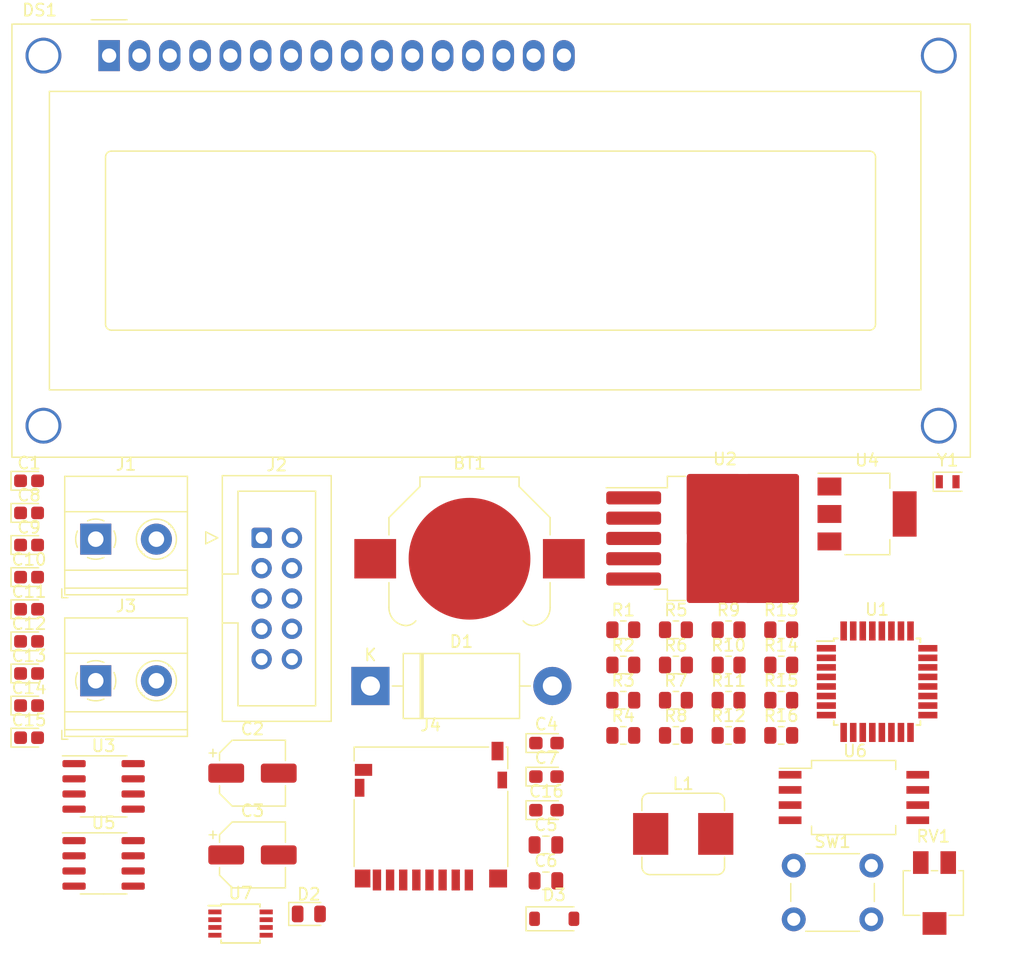
<source format=kicad_pcb>
(kicad_pcb (version 20221018) (generator pcbnew)
  (layers (0 "F.Cu" signal) (31 "B.Cu" signal) (34 "B.Paste" user) (35 "F.Paste" user) (36 "B.SilkS" user "B.Silkscreen") (37 "F.SilkS" user "F.Silkscreen") (38 "B.Mask" user) (39 "F.Mask" user) (44 "Edge.Cuts" user))
  (net 0 "")
  (net 1 "Net-(BT1-+)")
  (net 2 "GND")
  (net 3 "+BATT")
  (net 4 "+5V")
  (net 5 "XTAL1")
  (net 6 "XTAL2")
  (net 7 "+3.3V")
  (net 8 "Net-(U6-IN)")
  (net 9 "V_SolarPanel")
  (net 10 "Net-(U5-FILTER)")
  (net 11 "PC0{slash}A0{slash}14")
  (net 12 "Net-(U7A-+)")
  (net 13 "Net-(U7A--)")
  (net 14 "PC1{slash}A1{slash}15")
  (net 15 "Net-(D1-K)")
  (net 16 "Net-(D2-K)")
  (net 17 "Net-(D3-A)")
  (net 18 "Net-(DS1-VO)")
  (net 19 "PD2{slash}2")
  (net 20 "PD3{slash}3")
  (net 25 "PD4{slash}4")
  (net 26 "PD5{slash}5")
  (net 27 "PD6{slash}6")
  (net 28 "PD7{slash}7")
  (net 29 "PB3{slash}11{slash}MOSI")
  (net 31 "RST")
  (net 32 "PB5{slash}13{slash}SCK")
  (net 33 "PB4{slash}12{slash}MISO")
  (net 34 "Net-(J3-Pin_1)")
  (net 35 "Net-(J4-DAT2)")
  (net 36 "PB2{slash}10")
  (net 37 "Net-(J4-DAT1)")
  (net 38 "PC4{slash}A5{slash}19{slash}SCL")
  (net 39 "PC4{slash}A4{slash}18{slash}SDA")
  (net 40 "Net-(U5-VIOUT)")
  (net 41 "Net-(U6-OUT+)")
  (net 42 "Net-(U6-OUT-)")
  (net 43 "PB0{slash}8")
  (net 44 "PB1{slash}9")
  (net 45 "ADC{slash}A6")
  (net 46 "PC2{slash}A2{slash}16")
  (net 47 "PC3{slash}A3{slash}17")
  (net 48 "PD0{slash}0{slash}RXD")
  (net 49 "PD0{slash}1{slash}TXD")
  (footprint "Capacitor_Tantalum_SMD:CP_EIA-1608-10_AVX-L" (layer "F.Cu") (at 207.645 59.355)
    (fp_text reference "C8" (at 0 -1.48) (layer "F.SilkS"))
    (fp_text value "0.1uF")
    (pad "1" smd roundrect (at -0.7125 0) (size 1.075 1.05) (layers "F.Cu" "F.Paste" "F.Mask") (roundrect_rratio 0.238095) (net 2 "GND"))
    (pad "2" smd roundrect (at 0.7125 0) (size 1.075 1.05) (layers "F.Cu" "F.Paste" "F.Mask") (roundrect_rratio 0.238095) (net 4 "+5V"))
  )
  (footprint "Package_SO:SSO-8_6.8x5.9mm_P1.27mm_Clearance8mm" (layer "F.Cu") (at 276.74 83.195)
    (fp_text reference "U6" (at 0.1 -3.9) (layer "F.SilkS"))
    (fp_text value "ACPL-C87B")
    (pad "1" smd rect (at -5.3475 -1.905) (size 1.905 0.64) (layers "F.Cu" "F.Paste" "F.Mask") (net 9 "V_SolarPanel"))
    (pad "2" smd rect (at -5.3475 -0.635) (size 1.905 0.64) (layers "F.Cu" "F.Paste" "F.Mask") (net 8 "Net-(U6-IN)"))
    (pad "3" smd rect (at -5.3475 0.635) (size 1.905 0.64) (layers "F.Cu" "F.Paste" "F.Mask") (net 2 "GND"))
    (pad "4" smd rect (at -5.3475 1.905) (size 1.905 0.64) (layers "F.Cu" "F.Paste" "F.Mask") (net 2 "GND"))
    (pad "5" smd rect (at 5.3475 1.905) (size 1.905 0.64) (layers "F.Cu" "F.Paste" "F.Mask") (net 2 "GND"))
    (pad "6" smd rect (at 5.3475 0.635) (size 1.905 0.64) (layers "F.Cu" "F.Paste" "F.Mask") (net 42 "Net-(U6-OUT-)"))
    (pad "7" smd rect (at 5.3475 -0.635) (size 1.905 0.64) (layers "F.Cu" "F.Paste" "F.Mask") (net 41 "Net-(U6-OUT+)"))
    (pad "8" smd rect (at 5.3475 -1.905) (size 1.905 0.64) (layers "F.Cu" "F.Paste" "F.Mask") (net 4 "+5V"))
  )
  (footprint "Capacitor_Tantalum_SMD:CP_EIA-1608-10_AVX-L" (layer "F.Cu") (at 207.645 70.115)
    (fp_text reference "C12" (at 0 -1.48) (layer "F.SilkS"))
    (fp_text value "1nF")
    (pad "1" smd roundrect (at -0.7125 0) (size 1.075 1.05) (layers "F.Cu" "F.Paste" "F.Mask") (roundrect_rratio 0.238095) (net 11 "PC0{slash}A0{slash}14"))
    (pad "2" smd roundrect (at 0.7125 0) (size 1.075 1.05) (layers "F.Cu" "F.Paste" "F.Mask") (roundrect_rratio 0.238095) (net 2 "GND"))
  )
  (footprint "Display:WC1602A" (layer "F.Cu") (at 214.35 21.05)
    (fp_text reference "DS1" (at -5.82 -3.81) (layer "F.SilkS"))
    (fp_text value "WC1602A")
    (pad "" thru_hole circle (at -5.4991 0) (size 3 3) (drill 2.5) (layers "*.Cu" "*.Mask"))
    (pad "" thru_hole circle (at -5.4991 31.0007) (size 3 3) (drill 2.5) (layers "*.Cu" "*.Mask"))
    (pad "" thru_hole circle (at 69.49948 31.0007) (size 3 3) (drill 2.5) (layers "*.Cu" "*.Mask"))
    (pad "" thru_hole circle (at 69.5 0) (size 3 3) (drill 2.5) (layers "*.Cu" "*.Mask"))
    (pad "1" thru_hole rect (at 0 0) (size 1.8 2.6) (drill 1.2) (layers "*.Cu" "*.Mask") (net 2 "GND"))
    (pad "2" thru_hole oval (at 2.54 0) (size 1.8 2.6) (drill 1.2) (layers "*.Cu" "*.Mask") (net 4 "+5V"))
    (pad "3" thru_hole oval (at 5.08 0) (size 1.8 2.6) (drill 1.2) (layers "*.Cu" "*.Mask") (net 18 "Net-(DS1-VO)"))
    (pad "4" thru_hole oval (at 7.62 0) (size 1.8 2.6) (drill 1.2) (layers "*.Cu" "*.Mask") (net 19 "PD2{slash}2"))
    (pad "5" thru_hole oval (at 10.16 0) (size 1.8 2.6) (drill 1.2) (layers "*.Cu" "*.Mask") (net 2 "GND"))
    (pad "6" thru_hole oval (at 12.7 0) (size 1.8 2.6) (drill 1.2) (layers "*.Cu" "*.Mask") (net 20 "PD3{slash}3"))
    (pad "7" thru_hole oval (at 15.24 0) (size 1.8 2.6) (drill 1.2) (layers "*.Cu" "*.Mask"))
    (pad "8" thru_hole oval (at 17.78 0) (size 1.8 2.6) (drill 1.2) (layers "*.Cu" "*.Mask"))
    (pad "9" thru_hole oval (at 20.32 0) (size 1.8 2.6) (drill 1.2) (layers "*.Cu" "*.Mask"))
    (pad "10" thru_hole oval (at 22.86 0) (size 1.8 2.6) (drill 1.2) (layers "*.Cu" "*.Mask"))
    (pad "11" thru_hole oval (at 25.4 0) (size 1.8 2.6) (drill 1.2) (layers "*.Cu" "*.Mask") (net 25 "PD4{slash}4"))
    (pad "12" thru_hole oval (at 27.94 0) (size 1.8 2.6) (drill 1.2) (layers "*.Cu" "*.Mask") (net 26 "PD5{slash}5"))
    (pad "13" thru_hole oval (at 30.48 0) (size 1.8 2.6) (drill 1.2) (layers "*.Cu" "*.Mask") (net 27 "PD6{slash}6"))
    (pad "14" thru_hole oval (at 33.02 0) (size 1.8 2.6) (drill 1.2) (layers "*.Cu" "*.Mask") (net 28 "PD7{slash}7"))
    (pad "15" thru_hole oval (at 35.56 0) (size 1.8 2.6) (drill 1.2) (layers "*.Cu" "*.Mask") (net 4 "+5V"))
    (pad "16" thru_hole oval (at 38.1 0) (size 1.8 2.6) (drill 1.2) (layers "*.Cu" "*.Mask") (net 2 "GND"))
  )
  (footprint "Capacitor_SMD:CP_Elec_5x5.7" (layer "F.Cu") (at 226.36 81.155)
    (fp_text reference "C2" (at 0 -3.7) (layer "F.SilkS"))
    (fp_text value "100uF")
    (pad "1" smd roundrect (at -2.2 0) (size 3 1.6) (layers "F.Cu" "F.Paste" "F.Mask") (roundrect_rratio 0.15625) (net 3 "+BATT"))
    (pad "2" smd roundrect (at 2.2 0) (size 3 1.6) (layers "F.Cu" "F.Paste" "F.Mask") (roundrect_rratio 0.15625) (net 2 "GND"))
  )
  (footprint "Capacitor_SMD:CP_Elec_5x5.7" (layer "F.Cu") (at 226.36 88.005)
    (fp_text reference "C3" (at 0 -3.7) (layer "F.SilkS"))
    (fp_text value "1000uF")
    (pad "1" smd roundrect (at -2.2 0) (size 3 1.6) (layers "F.Cu" "F.Paste" "F.Mask") (roundrect_rratio 0.15625) (net 4 "+5V"))
    (pad "2" smd roundrect (at 2.2 0) (size 3 1.6) (layers "F.Cu" "F.Paste" "F.Mask") (roundrect_rratio 0.15625) (net 2 "GND"))
  )
  (footprint "Capacitor_Tantalum_SMD:CP_EIA-2012-12_Kemet-R" (layer "F.Cu") (at 250.985 78.635)
    (fp_text reference "C4" (at 0 -1.58) (layer "F.SilkS"))
    (fp_text value "10uF")
    (pad "1" smd roundrect (at -0.8875 0) (size 1.125 1.05) (layers "F.Cu" "F.Paste" "F.Mask") (roundrect_rratio 0.238095) (net 4 "+5V"))
    (pad "2" smd roundrect (at 0.8875 0) (size 1.125 1.05) (layers "F.Cu" "F.Paste" "F.Mask") (roundrect_rratio 0.238095) (net 2 "GND"))
  )
  (footprint "Package_QFP:TQFP-32_7x7mm_P0.8mm" (layer "F.Cu") (at 278.68 73.495)
    (fp_text reference "U1" (at 0 -6.05) (layer "F.SilkS"))
    (fp_text value "ATmega328P-A")
    (pad "1" smd rect (at -4.25 -2.8) (size 1.6 0.55) (layers "F.Cu" "F.Paste" "F.Mask") (net 20 "PD3{slash}3"))
    (pad "2" smd rect (at -4.25 -2) (size 1.6 0.55) (layers "F.Cu" "F.Paste" "F.Mask") (net 25 "PD4{slash}4"))
    (pad "3" smd rect (at -4.25 -1.2) (size 1.6 0.55) (layers "F.Cu" "F.Paste" "F.Mask") (net 2 "GND"))
    (pad "4" smd rect (at -4.25 -0.4) (size 1.6 0.55) (layers "F.Cu" "F.Paste" "F.Mask") (net 4 "+5V"))
    (pad "5" smd rect (at -4.25 0.4) (size 1.6 0.55) (layers "F.Cu" "F.Paste" "F.Mask") (net 2 "GND"))
    (pad "6" smd rect (at -4.25 1.2) (size 1.6 0.55) (layers "F.Cu" "F.Paste" "F.Mask") (net 4 "+5V"))
    (pad "7" smd rect (at -4.25 2) (size 1.6 0.55) (layers "F.Cu" "F.Paste" "F.Mask") (net 5 "XTAL1"))
    (pad "8" smd rect (at -4.25 2.8) (size 1.6 0.55) (layers "F.Cu" "F.Paste" "F.Mask") (net 6 "XTAL2"))
    (pad "9" smd rect (at -2.8 4.25 90) (size 1.6 0.55) (layers "F.Cu" "F.Paste" "F.Mask") (net 26 "PD5{slash}5"))
    (pad "10" smd rect (at -2 4.25 90) (size 1.6 0.55) (layers "F.Cu" "F.Paste" "F.Mask") (net 27 "PD6{slash}6"))
    (pad "11" smd rect (at -1.2 4.25 90) (size 1.6 0.55) (layers "F.Cu" "F.Paste" "F.Mask") (net 28 "PD7{slash}7"))
    (pad "12" smd rect (at -0.4 4.25 90) (size 1.6 0.55) (layers "F.Cu" "F.Paste" "F.Mask") (net 43 "PB0{slash}8"))
    (pad "13" smd rect (at 0.4 4.25 90) (size 1.6 0.55) (layers "F.Cu" "F.Paste" "F.Mask") (net 44 "PB1{slash}9"))
    (pad "14" smd rect (at 1.2 4.25 90) (size 1.6 0.55) (layers "F.Cu" "F.Paste" "F.Mask") (net 36 "PB2{slash}10"))
    (pad "15" smd rect (at 2 4.25 90) (size 1.6 0.55) (layers "F.Cu" "F.Paste" "F.Mask") (net 29 "PB3{slash}11{slash}MOSI"))
    (pad "16" smd rect (at 2.8 4.25 90) (size 1.6 0.55) (layers "F.Cu" "F.Paste" "F.Mask") (net 33 "PB4{slash}12{slash}MISO"))
    (pad "17" smd rect (at 4.25 2.8) (size 1.6 0.55) (layers "F.Cu" "F.Paste" "F.Mask") (net 32 "PB5{slash}13{slash}SCK"))
    (pad "18" smd rect (at 4.25 2) (size 1.6 0.55) (layers "F.Cu" "F.Paste" "F.Mask") (net 4 "+5V"))
    (pad "19" smd rect (at 4.25 1.2) (size 1.6 0.55) (layers "F.Cu" "F.Paste" "F.Mask") (net 45 "ADC{slash}A6"))
    (pad "20" smd rect (at 4.25 0.4) (size 1.6 0.55) (layers "F.Cu" "F.Paste" "F.Mask") (net 4 "+5V"))
    (pad "21" smd rect (at 4.25 -0.4) (size 1.6 0.55) (layers "F.Cu" "F.Paste" "F.Mask") (net 2 "GND"))
    (pad "22" smd rect (at 4.25 -1.2) (size 1.6 0.55) (layers "F.Cu" "F.Paste" "F.Mask") (net 45 "ADC{slash}A6"))
    (pad "23" smd rect (at 4.25 -2) (size 1.6 0.55) (layers "F.Cu" "F.Paste" "F.Mask") (net 11 "PC0{slash}A0{slash}14"))
    (pad "24" smd rect (at 4.25 -2.8) (size 1.6 0.55) (layers "F.Cu" "F.Paste" "F.Mask") (net 14 "PC1{slash}A1{slash}15"))
    (pad "25" smd rect (at 2.8 -4.25 90) (size 1.6 0.55) (layers "F.Cu" "F.Paste" "F.Mask") (net 46 "PC2{slash}A2{slash}16"))
    (pad "26" smd rect (at 2 -4.25 90) (size 1.6 0.55) (layers "F.Cu" "F.Paste" "F.Mask") (net 47 "PC3{slash}A3{slash}17"))
    (pad "27" smd rect (at 1.2 -4.25 90) (size 1.6 0.55) (layers "F.Cu" "F.Paste" "F.Mask") (net 39 "PC4{slash}A4{slash}18{slash}SDA"))
    (pad "28" smd rect (at 0.4 -4.25 90) (size 1.6 0.55) (layers "F.Cu" "F.Paste" "F.Mask") (net 38 "PC4{slash}A5{slash}19{slash}SCL"))
    (pad "29" smd rect (at -0.4 -4.25 90) (size 1.6 0.55) (layers "F.Cu" "F.Paste" "F.Mask") (net 31 "RST"))
    (pad "30" smd rect (at -1.2 -4.25 90) (size 1.6 0.55) (layers "F.Cu" "F.Paste" "F.Mask") (net 48 "PD0{slash}0{slash}RXD"))
    (pad "31" smd rect (at -2 -4.25 90) (size 1.6 0.55) (layers "F.Cu" "F.Paste" "F.Mask") (net 49 "PD0{slash}1{slash}TXD"))
    (pad "32" smd rect (at -2.8 -4.25 90) (size 1.6 0.55) (layers "F.Cu" "F.Paste" "F.Mask") (net 19 "PD2{slash}2"))
  )
  (footprint "Resistor_SMD:R_0805_2012Metric" (layer "F.Cu") (at 266.24 72.095)
    (fp_text reference "R10" (at 0 -1.65) (layer "F.SilkS"))
    (fp_text value "10k")
    (pad "1" smd roundrect (at -0.9125 0) (size 1.025 1.4) (layers "F.Cu" "F.Paste" "F.Mask") (roundrect_rratio 0.243902) (net 42 "Net-(U6-OUT-)"))
    (pad "2" smd roundrect (at 0.9125 0) (size 1.025 1.4) (layers "F.Cu" "F.Paste" "F.Mask") (roundrect_rratio 0.243902) (net 13 "Net-(U7A--)"))
  )
  (footprint "Package_TO_SOT_SMD:SOT-223-3_TabPin2" (layer "F.Cu") (at 277.84 59.445)
    (fp_text reference "U4" (at 0 -4.5) (layer "F.SilkS"))
    (fp_text value "AMS1117-3.3")
    (pad "1" smd rect (at -3.15 -2.3) (size 2 1.5) (layers "F.Cu" "F.Paste" "F.Mask") (net 2 "GND"))
    (pad "2" smd rect (at -3.15 0) (size 2 1.5) (layers "F.Cu" "F.Paste" "F.Mask") (net 7 "+3.3V"))
    (pad "2" smd rect (at 3.15 0) (size 2 3.8) (layers "F.Cu" "F.Paste" "F.Mask") (net 7 "+3.3V"))
    (pad "3" smd rect (at -3.15 2.3) (size 2 1.5) (layers "F.Cu" "F.Paste" "F.Mask") (net 4 "+5V"))
  )
  (footprint "Capacitor_Tantalum_SMD:CP_EIA-1608-10_AVX-L" (layer "F.Cu") (at 207.645 67.425)
    (fp_text reference "C11" (at 0 -1.48) (layer "F.SilkS"))
    (fp_text value "1nF")
    (pad "1" smd roundrect (at -0.7125 0) (size 1.075 1.05) (layers "F.Cu" "F.Paste" "F.Mask") (roundrect_rratio 0.238095) (net 10 "Net-(U5-FILTER)"))
    (pad "2" smd roundrect (at 0.7125 0) (size 1.075 1.05) (layers "F.Cu" "F.Paste" "F.Mask") (roundrect_rratio 0.238095) (net 2 "GND"))
  )
  (footprint "LED_SMD:LED_0805_2012Metric" (layer "F.Cu") (at 231.08 92.95)
    (fp_text reference "D2" (at 0 -1.65) (layer "F.SilkS"))
    (fp_text value "LED")
    (pad "1" smd roundrect (at -0.9375 0) (size 0.975 1.4) (layers "F.Cu" "F.Paste" "F.Mask") (net 16 "Net-(D2-K)"))
    (pad "2" smd roundrect (at 0.9375 0) (size 0.975 1.4) (layers "F.Cu" "F.Paste" "F.Mask") (net 4 "+5V"))
  )
  (footprint "Resistor_SMD:R_0805_2012Metric" (layer "F.Cu") (at 270.65 75.045)
    (fp_text reference "R15" (at 0 -1.65) (layer "F.SilkS"))
    (fp_text value "10k")
    (pad "1" smd roundrect (at -0.9125 0) (size 1.025 1.4) (layers "F.Cu" "F.Paste" "F.Mask") (roundrect_rratio 0.243902) (net 7 "+3.3V"))
    (pad "2" smd roundrect (at 0.9125 0) (size 1.025 1.4) (layers "F.Cu" "F.Paste" "F.Mask") (roundrect_rratio 0.243902) (net 33 "PB4{slash}12{slash}MISO"))
  )
  (footprint "Resistor_SMD:R_0805_2012Metric" (layer "F.Cu") (at 257.42 75.045)
    (fp_text reference "R3" (at 0 -1.65) (layer "F.SilkS"))
    (fp_text value "10k")
    (pad "1" smd roundrect (at -0.9125 0) (size 1.025 1.4) (layers "F.Cu" "F.Paste" "F.Mask") (roundrect_rratio 0.243902) (net 4 "+5V"))
    (pad "2" smd roundrect (at 0.9125 0) (size 1.025 1.4) (layers "F.Cu" "F.Paste" "F.Mask") (roundrect_rratio 0.243902) (net 38 "PC4{slash}A5{slash}19{slash}SCL"))
  )
  (footprint "Capacitor_Tantalum_SMD:CP_EIA-1608-10_AVX-L" (layer "F.Cu") (at 207.645 72.805)
    (fp_text reference "C13" (at 0 -1.48) (layer "F.SilkS"))
    (fp_text value "100nF")
    (pad "1" smd roundrect (at -0.7125 0) (size 1.075 1.05) (layers "F.Cu" "F.Paste" "F.Mask") (roundrect_rratio 0.238095) (net 4 "+5V"))
    (pad "2" smd roundrect (at 0.7125 0) (size 1.075 1.05) (layers "F.Cu" "F.Paste" "F.Mask") (roundrect_rratio 0.238095) (net 2 "GND"))
  )
  (footprint "TerminalBlock_Phoenix:TerminalBlock_Phoenix_MKDS-1,5-2-5.08_1x02_P5.08mm_Horizontal" (layer "F.Cu") (at 213.23 61.555)
    (fp_text reference "J1" (at 2.54 -6.26) (layer "F.SilkS"))
    (fp_text value "7-40VDC")
    (pad "1" thru_hole rect (at 0 0) (size 2.6 2.6) (drill 1.3) (layers "*.Cu" "*.Mask") (net 2 "GND"))
    (pad "2" thru_hole circle (at 5.08 0) (size 2.6 2.6) (drill 1.3) (layers "*.Cu" "*.Mask") (net 3 "+BATT"))
  )
  (footprint "Resistor_SMD:R_0805_2012Metric" (layer "F.Cu") (at 270.65 69.145)
    (fp_text reference "R13" (at 0 -1.65) (layer "F.SilkS"))
    (fp_text value "10k")
    (pad "1" smd roundrect (at -0.9125 0) (size 1.025 1.4) (layers "F.Cu" "F.Paste" "F.Mask") (roundrect_rratio 0.243902) (net 7 "+3.3V"))
    (pad "2" smd roundrect (at 0.9125 0) (size 1.025 1.4) (layers "F.Cu" "F.Paste" "F.Mask") (roundrect_rratio 0.243902) (net 35 "Net-(J4-DAT2)"))
  )
  (footprint "Package_SO:TSSOP-8_3x3mm_P0.65mm" (layer "F.Cu") (at 225.36 93.755)
    (fp_text reference "U7" (at 0 -2.55) (layer "F.SilkS"))
    (fp_text value "OPA2376xxD")
    (pad "1" smd rect (at -2.15 -0.975) (size 1.1 0.4) (layers "F.Cu" "F.Paste" "F.Mask") (net 14 "PC1{slash}A1{slash}15"))
    (pad "2" smd rect (at -2.15 -0.325) (size 1.1 0.4) (layers "F.Cu" "F.Paste" "F.Mask") (net 13 "Net-(U7A--)"))
    (pad "3" smd rect (at -2.15 0.325) (size 1.1 0.4) (layers "F.Cu" "F.Paste" "F.Mask") (net 12 "Net-(U7A-+)"))
    (pad "4" smd rect (at -2.15 0.975) (size 1.1 0.4) (layers "F.Cu" "F.Paste" "F.Mask") (net 2 "GND"))
    (pad "5" smd rect (at 2.15 0.975) (size 1.1 0.4) (layers "F.Cu" "F.Paste" "F.Mask"))
    (pad "6" smd rect (at 2.15 0.325) (size 1.1 0.4) (layers "F.Cu" "F.Paste" "F.Mask"))
    (pad "7" smd rect (at 2.15 -0.325) (size 1.1 0.4) (layers "F.Cu" "F.Paste" "F.Mask"))
    (pad "8" smd rect (at 2.15 -0.975) (size 1.1 0.4) (layers "F.Cu" "F.Paste" "F.Mask") (net 4 "+5V"))
  )
  (footprint "Capacitor_Tantalum_SMD:CP_EIA-1608-10_AVX-L" (layer "F.Cu") (at 207.645 56.665)
    (fp_text reference "C1" (at 0 -1.48) (layer "F.SilkS"))
    (fp_text value "0.1uF")
    (pad "1" smd roundrect (at -0.7125 0) (size 1.075 1.05) (layers "F.Cu" "F.Paste" "F.Mask") (roundrect_rratio 0.238095) (net 1 "Net-(BT1-+)"))
    (pad "2" smd roundrect (at 0.7125 0) (size 1.075 1.05) (layers "F.Cu" "F.Paste" "F.Mask") (roundrect_rratio 0.238095) (net 2 "GND"))
  )
  (footprint "Capacitor_Tantalum_SMD:CP_EIA-1608-10_AVX-L" (layer "F.Cu") (at 207.645 75.495)
    (fp_text reference "C14" (at 0 -1.48) (layer "F.SilkS"))
    (fp_text value "100pF")
    (pad "1" smd roundrect (at -0.7125 0) (size 1.075 1.05) (layers "F.Cu" "F.Paste" "F.Mask") (roundrect_rratio 0.238095) (net 2 "GND"))
    (pad "2" smd roundrect (at 0.7125 0) (size 1.075 1.05) (layers "F.Cu" "F.Paste" "F.Mask") (roundrect_rratio 0.238095) (net 12 "Net-(U7A-+)"))
  )
  (footprint "Capacitor_Tantalum_SMD:CP_EIA-2012-12_Kemet-R" (layer "F.Cu") (at 250.985 84.255)
    (fp_text reference "C16" (at 0 -1.58) (layer "F.SilkS"))
    (fp_text value "0.1uF")
    (pad "1" smd roundrect (at -0.8875 0) (size 1.125 1.05) (layers "F.Cu" "F.Paste" "F.Mask") (roundrect_rratio 0.238095) (net 7 "+3.3V"))
    (pad "2" smd roundrect (at 0.8875 0) (size 1.125 1.05) (layers "F.Cu" "F.Paste" "F.Mask") (roundrect_rratio 0.238095) (net 2 "GND"))
  )
  (footprint "Resistor_SMD:R_0805_2012Metric" (layer "F.Cu") (at 270.65 72.095)
    (fp_text reference "R14" (at 0 -1.65) (layer "F.SilkS"))
    (fp_text value "10k")
    (pad "1" smd roundrect (at -0.9125 0) (size 1.025 1.4) (layers "F.Cu" "F.Paste" "F.Mask") (roundrect_rratio 0.243902) (net 7 "+3.3V"))
    (pad "2" smd roundrect (at 0.9125 0) (size 1.025 1.4) (layers "F.Cu" "F.Paste" "F.Mask") (roundrect_rratio 0.243902) (net 37 "Net-(J4-DAT1)"))
  )
  (footprint "Crystal:Crystal_SMD_2012-2Pin_2.0x1.2mm" (layer "F.Cu") (at 284.59 56.745)
    (fp_text reference "Y1" (at 0 -1.8) (layer "F.SilkS"))
    (fp_text value "16MHz")
    (pad "1" smd rect (at -0.7 0) (size 0.6 1.1) (layers "F.Cu" "F.Paste" "F.Mask") (net 5 "XTAL1"))
    (pad "2" smd rect (at 0.7 0) (size 0.6 1.1) (layers "F.Cu" "F.Paste" "F.Mask") (net 6 "XTAL2"))
  )
  (footprint "Resistor_SMD:R_0805_2012Metric" (layer "F.Cu") (at 261.83 69.145)
    (fp_text reference "R5" (at 0 -1.65) (layer "F.SilkS"))
    (fp_text value "10k")
    (pad "1" smd roundrect (at -0.9125 0) (size 1.025 1.4) (layers "F.Cu" "F.Paste" "F.Mask") (roundrect_rratio 0.243902) (net 9 "V_SolarPanel"))
    (pad "2" smd roundrect (at 0.9125 0) (size 1.025 1.4) (layers "F.Cu" "F.Paste" "F.Mask") (roundrect_rratio 0.243902) (net 8 "Net-(U6-IN)"))
  )
  (footprint "Button_Switch_THT:SW_PUSH_6mm_H4.3mm" (layer "F.Cu") (at 271.7 88.9)
    (fp_text reference "SW1" (at 3.25 -2) (layer "F.SilkS"))
    (fp_text value "SW_Push")
    (pad "1" thru_hole circle (at 0 0 90) (size 2 2) (drill 1.1) (layers "*.Cu" "*.Mask") (net 31 "RST"))
    (pad "1" thru_hole circle (at 6.5 0 90) (size 2 2) (drill 1.1) (layers "*.Cu" "*.Mask") (net 31 "RST"))
    (pad "2" thru_hole circle (at 0 4.5 90) (size 2 2) (drill 1.1) (layers "*.Cu" "*.Mask") (net 2 "GND"))
    (pad "2" thru_hole circle (at 6.5 4.5 90) (size 2 2) (drill 1.1) (layers "*.Cu" "*.Mask") (net 2 "GND"))
  )
  (footprint "Resistor_SMD:R_0805_2012Metric" (layer "F.Cu") (at 266.24 69.145)
    (fp_text reference "R9" (at 0 -1.65) (layer "F.SilkS"))
    (fp_text value "10k")
    (pad "1" smd roundrect (at -0.9125 0) (size 1.025 1.4) (layers "F.Cu" "F.Paste" "F.Mask") (roundrect_rratio 0.243902) (net 12 "Net-(U7A-+)"))
    (pad "2" smd roundrect (at 0.9125 0) (size 1.025 1.4) (layers "F.Cu" "F.Paste" "F.Mask") (roundrect_rratio 0.243902) (net 41 "Net-(U6-OUT+)"))
  )
  (footprint "Resistor_SMD:R_0805_2012Metric" (layer "F.Cu") (at 261.83 72.095)
    (fp_text reference "R6" (at 0 -1.65) (layer "F.SilkS"))
    (fp_text value "1k")
    (pad "1" smd roundrect (at -0.9125 0) (size 1.025 1.4) (layers "F.Cu" "F.Paste" "F.Mask") (roundrect_rratio 0.243902) (net 8 "Net-(U6-IN)"))
    (pad "2" smd roundrect (at 0.9125 0) (size 1.025 1.4) (layers "F.Cu" "F.Paste" "F.Mask") (roundrect_rratio 0.243902) (net 2 "GND"))
  )
  (footprint "Capacitor_Tantalum_SMD:CP_EIA-1608-10_AVX-L" (layer "F.Cu") (at 207.645 78.185)
    (fp_text reference "C15" (at 0 -1.48) (layer "F.SilkS"))
    (fp_text value "100pF")
    (pad "1" smd roundrect (at -0.7125 0) (size 1.075 1.05) (layers "F.Cu" "F.Paste" "F.Mask") (roundrect_rratio 0.238095) (net 13 "Net-(U7A--)"))
    (pad "2" smd roundrect (at 0.7125 0) (size 1.075 1.05) (layers "F.Cu" "F.Paste" "F.Mask") (roundrect_rratio 0.238095) (net 14 "PC1{slash}A1{slash}15"))
  )
  (footprint "Resistor_SMD:R_0805_2012Metric" (layer "F.Cu") (at 257.42 72.095)
    (fp_text reference "R2" (at 0 -1.65) (layer "F.SilkS"))
    (fp_text value "330")
    (pad "1" smd roundrect (at -0.9125 0) (size 1.025 1.4) (layers "F.Cu" "F.Paste" "F.Mask") (roundrect_rratio 0.243902) (net 16 "Net-(D2-K)"))
    (pad "2" smd roundrect (at 0.9125 0) (size 1.025 1.4) (layers "F.Cu" "F.Paste" "F.Mask") (roundrect_rratio 0.243902) (net 2 "GND"))
  )
  (footprint "Capacitor_Tantalum_SMD:CP_EIA-1608-10_AVX-L" (layer "F.Cu") (at 207.645 64.735)
    (fp_text reference "C10" (at 0 -1.48) (layer "F.SilkS"))
    (fp_text value "100nF")
    (pad "1" smd roundrect (at -0.7125 0) (size 1.075 1.05) (layers "F.Cu" "F.Paste" "F.Mask") (roundrect_rratio 0.238095) (net 9 "V_SolarPanel"))
    (pad "2" smd roundrect (at 0.7125 0) (size 1.075 1.05) (layers "F.Cu" "F.Paste" "F.Mask") (roundrect_rratio 0.238095) (net 2 "GND"))
  )
  (footprint "Resistor_SMD:R_0805_2012Metric" (layer "F.Cu") (at 261.83 75.045)
    (fp_text reference "R7" (at 0 -1.65) (layer "F.SilkS"))
    (fp_text value "2k")
    (pad "1" smd roundrect (at -0.9125 0) (size 1.025 1.4) (layers "F.Cu" "F.Paste" "F.Mask") (roundrect_rratio 0.243902) (net 17 "Net-(D3-A)"))
    (pad "2" smd roundrect (at 0.9125 0) (size 1.025 1.4) (layers "F.Cu" "F.Paste" "F.Mask") (roundrect_rratio 0.243902) (net 40 "Net-(U5-VIOUT)"))
  )
  (footprint "Resistor_SMD:R_0805_2012Metric" (layer "F.Cu") (at 266.24 77.995)
    (fp_text reference "R12" (at 0 -1.65) (layer "F.SilkS"))
    (fp_text value "10k")
    (pad "1" smd roundrect (at -0.9125 0) (size 1.025 1.4) (layers "F.Cu" "F.Paste" "F.Mask") (roundrect_rratio 0.243902) (net 14 "PC1{slash}A1{slash}15"))
    (pad "2" smd roundrect (at 0.9125 0) (size 1.025 1.4) (layers "F.Cu" "F.Paste" "F.Mask") (roundrect_rratio 0.243902) (net 13 "Net-(U7A--)"))
  )
  (footprint "Package_SO:SOIC-8_3.9x4.9mm_P1.27mm" (layer "F.Cu") (at 213.89 88.715)
    (fp_text reference "U5" (at 0 -3.4) (layer "F.SilkS"))
    (fp_text value "ACS712xLCTR-30A")
    (pad "1" smd roundrect (at -2.475 -1.905) (size 1.95 0.6) (layers "F.Cu" "F.Paste" "F.Mask") (net 9 "V_SolarPanel"))
    (pad "2" smd roundrect (at -2.475 -0.635) (size 1.95 0.6) (layers "F.Cu" "F.Paste" "F.Mask") (net 9 "V_SolarPanel"))
    (pad "3" smd roundrect (at -2.475 0.635) (size 1.95 0.6) (layers "F.Cu" "F.Paste" "F.Mask") (net 34 "Net-(J3-Pin_1)"))
    (pad "4" smd roundrect (at -2.475 1.905) (size 1.95 0.6) (layers "F.Cu" "F.Paste" "F.Mask") (net 34 "Net-(J3-Pin_1)"))
    (pad "5" smd roundrect (at 2.475 1.905) (size 1.95 0.6) (layers "F.Cu" "F.Paste" "F.Mask") (net 2 "GND"))
    (pad "6" smd roundrect (at 2.475 0.635) (size 1.95 0.6) (layers "F.Cu" "F.Paste" "F.Mask") (net 10 "Net-(U5-FILTER)"))
    (pad "7" smd roundrect (at 2.475 -0.635) (size 1.95 0.6) (layers "F.Cu" "F.Paste" "F.Mask") (net 40 "Net-(U5-VIOUT)"))
    (pad "8" smd roundrect (at 2.475 -1.905) (size 1.95 0.6) (layers "F.Cu" "F.Paste" "F.Mask") (net 4 "+5V"))
  )
  (footprint "Package_TO_SOT_SMD:TO-263-5_TabPin3" (layer "F.Cu") (at 265.94 61.495)
    (fp_text reference "U2" (at 0 -6.65) (layer "F.SilkS"))
    (fp_text value "LM2576HVS-5")
    (pad "1" smd roundrect (at -7.65 -3.4) (size 4.6 1.1) (layers "F.Cu" "F.Paste" "F.Mask") (roundrect_rratio 0.227273) (net 3 "+BATT"))
    (pad "2" smd roundrect (at -7.65 -1.7) (size 4.6 1.1) (layers "F.Cu" "F.Paste" "F.Mask") (roundrect_rratio 0.227273) (net 15 "Net-(D1-K)"))
    (pad "3" smd roundrect (at -7.65 0) (size 4.6 1.1) (layers "F.Cu" "F.Paste" "F.Mask") (roundrect_rratio 0.227273) (net 2 "GND"))
    (pad "3" smd roundrect (at -0.925 -2.775) (size 4.55 5.25) (layers "F.Cu" "F.Paste") (roundrect_rratio 0.054945) (net 2 "GND"))
    (pad "3" smd roundrect (at -0.925 2.775) (size 4.55 5.25) (layers "F.Cu" "F.Paste") (roundrect_rratio 0.054945) (net 2 "GND"))
    (pad "3" smd roundrect (at 1.5 0) (size 9.4 10.8) (layers "F.Cu" "F.Mask") (roundrect_rratio 0.026596) (net 2 "GND"))
    (pad "3" smd roundrect (at 3.925 -2.775) (size 4.55 5.25) (layers "F.Cu" "F.Paste") (roundrect_rratio 0.054945) (net 2 "GND"))
    (pad "3" smd roundrect (at 3.925 2.775) (size 4.55 5.25) (layers "F.Cu" "F.Paste") (roundrect_rratio 0.054945) (net 2 "GND"))
    (pad "4" smd roundrect (at -7.65 1.7) (size 4.6 1.1) (layers "F.Cu" "F.Paste" "F.Mask") (roundrect_rratio 0.227273) (net 4 "+5V"))
    (pad "5" smd roundrect (at -7.65 3.4) (size 4.6 1.1) (layers "F.Cu" "F.Paste" "F.Mask") (roundrect_rratio 0.227273) (net 2 "GND"))
  )
  (footprint "Inductor_SMD:L_Bourns_SRP7028A_7.3x6.6mm" (layer "F.Cu") (at 262.44 86.245)
    (fp_text reference "L1" (at 0 -4.2) (layer "F.SilkS"))
    (fp_text value "100uH")
    (pad "1" smd rect (at -2.725 0) (size 2.95 3.5) (layers "F.Cu" "F.Paste" "F.Mask") (net 15 "Net-(D1-K)"))
    (pad "2" smd rect (at 2.725 0) (size 2.95 3.5) (layers "F.Cu" "F.Paste" "F.Mask") (net 4 "+5V"))
  )
  (footprint "Resistor_SMD:R_0805_2012Metric" (layer "F.Cu") (at 266.24 75.045)
    (fp_text reference "R11" (at 0 -1.65) (layer "F.SilkS"))
    (fp_text value "10k")
    (pad "1" smd roundrect (at -0.9125 0) (size 1.025 1.4) (layers "F.Cu" "F.Paste" "F.Mask") (roundrect_rratio 0.243902) (net 2 "GND"))
    (pad "2" smd roundrect (at 0.9125 0) (size 1.025 1.4) (layers "F.Cu" "F.Paste" "F.Mask") (roundrect_rratio 0.243902) (net 12 "Net-(U7A-+)"))
  )
  (footprint "Capacitor_SMD:C_0805_2012Metric" (layer "F.Cu") (at 250.94 90.175)
    (fp_text reference "C6" (at 0 -1.68) (layer "F.SilkS"))
    (fp_text value "22p")
    (pad "1" smd roundrect (at -0.95 0) (size 1 1.45) (layers "F.Cu" "F.Paste" "F.Mask") (net 2 "GND"))
    (pad "2" smd roundrect (at 0.95 0) (size 1 1.45) (layers "F.Cu" "F.Paste" "F.Mask") (net 6 "XTAL2"))
  )
  (footprint "Connector_IDC:IDC-Header_2x05_P2.54mm_Vertical" (layer "F.Cu") (at 227.125 61.445)
    (fp_text reference "J2" (at 1.27 -6.1) (layer "F.SilkS"))
    (fp_text value "AVR-ISP-10")
    (pad "1" thru_hole roundrect (at 0 0) (size 1.7 1.7) (drill 1) (layers "*.Cu" "*.Mask") (roundrect_rratio 0.147059) (net 29 "PB3{slash}11{slash}MOSI"))
    (pad "2" thru_hole circle (at 2.54 0) (size 1.7 1.7) (drill 1) (layers "*.Cu" "*.Mask") (net 4 "+5V"))
    (pad "3" thru_hole circle (at 0 2.54) (size 1.7 1.7) (drill 1) (layers "*.Cu" "*.Mask"))
    (pad "4" thru_hole circle (at 2.54 2.54) (size 1.7 1.7) (drill 1) (layers "*.Cu" "*.Mask") (net 2 "GND"))
    (pad "5" thru_hole circle (at 0 5.08) (size 1.7 1.7) (drill 1) (layers "*.Cu" "*.Mask") (net 31 "RST"))
    (pad "6" thru_hole circle (at 2.54 5.08) (size 1.7 1.7) (drill 1) (layers "*.Cu" "*.Mask") (net 2 "GND"))
    (pad "7" thru_hole circle (at 0 7.62) (size 1.7 1.7) (drill 1) (layers "*.Cu" "*.Mask") (net 32 "PB5{slash}13{slash}SCK"))
    (pad "8" thru_hole circle (at 2.54 7.62) (size 1.7 1.7) (drill 1) (layers "*.Cu" "*.Mask") (net 2 "GND"))
    (pad "9" thru_hole circle (at 0 10.16) (size 1.7 1.7) (drill 1) (layers "*.Cu" "*.Mask") (net 33 "PB4{slash}12{slash}MISO"))
    (pad "10" thru_hole circle (at 2.54 10.16) (size 1.7 1.7) (drill 1) (layers "*.Cu" "*.Mask") (net 2 "GND"))
  )
  (footprint "Diode_SMD:D_SOD-123" (layer "F.Cu") (at 251.635 93.355)
    (fp_text reference "D3" (at 0 -2) (layer "F.SilkS"))
    (fp_text value "1N4448W")
    (pad "1" smd roundrect (at -1.65 0) (size 0.9 1.2) (layers "F.Cu" "F.Paste" "F.Mask") (net 11 "PC0{slash}A0{slash}14"))
    (pad "2" smd roundrect (at 1.65 0) (size 0.9 1.2) (layers "F.Cu" "F.Paste" "F.Mask") (net 17 "Net-(D3-A)"))
  )
  (footprint "Resistor_SMD:R_0805_2012Metric" (layer "F.Cu") (at 257.42 77.995)
    (fp_text reference "R4" (at 0 -1.65) (layer "F.SilkS"))
    (fp_text value "10k")
    (pad "1" smd roundrect (at -0.9125 0) (size 1.025 1.4) (layers "F.Cu" "F.Paste" "F.Mask") (roundrect_rratio 0.243902) (net 4 "+5V"))
    (pad "2" smd roundrect (at 0.9125 0) (size 1.025 1.4) (layers "F.Cu" "F.Paste" "F.Mask") (roundrect_rratio 0.243902) (net 39 "PC4{slash}A4{slash}18{slash}SDA"))
  )
  (footprint "Battery:BatteryHolder_Keystone_3000_1x12mm" (layer "F.Cu") (at 244.54 63.195)
    (fp_text reference "BT1" (at 0 -8) (layer "F.SilkS"))
    (fp_text value "Battery_Cell")
    (pad "1" smd rect (at -7.9 0) (size 3.5 3.3) (layers "F.Cu" "F.Paste" "F.Mask") (net 1 "Net-(BT1-+)"))
    (pad "1" smd rect (at 7.9 0) (size 3.5 3.3) (layers "F.Cu" "F.Paste" "F.Mask") (net 1 "Net-(BT1-+)"))
    (pad "2" smd circle (at 0 0) (size 10.2 10.2) (layers "F.Cu" "F.Mask") (net 2 "GND"))
  )
  (footprint "Capacitor_Tantalum_SMD:CP_EIA-2012-12_Kemet-R" (layer "F.Cu") (at 250.985 81.445)
    (fp_text reference "C7" (at 0 -1.58) (layer "F.SilkS"))
    (fp_text value "22uF")
    (pad "1" smd roundrect (at -0.8875 0) (size 1.125 1.05) (layers "F.Cu" "F.Paste" "F.Mask") (roundrect_rratio 0.238095) (net 7 "+3.3V"))
    (pad "2" smd roundrect (at 0.8875 0) (size 1.125 1.05) (layers "F.Cu" "F.Paste" "F.Mask") (roundrect_rratio 0.238095) (net 2 "GND"))
  )
  (footprint "Potentiometer_SMD:Potentiometer_Bourns_3224X_Vertical" (layer "F.Cu") (at 283.49 91.195)
    (fp_text reference "RV1" (at -0.1 -4.75) (layer "F.SilkS"))
    (fp_text value "R_Potentiometer_US")
    (pad "1" smd rect (at 1.15 -2.55) (size 1.3 1.9) (layers "F.Cu" "F.Paste" "F.Mask") (net 4 "+5V"))
    (pad "2" smd rect (at 0 2.55) (size 2 1.9) (layers "F.Cu" "F.Paste" "F.Mask") (net 18 "Net-(DS1-VO)"))
    (pad "3" smd rect (at -1.15 -2.55) (size 1.3 1.9) (layers "F.Cu" "F.Paste" "F.Mask") (net 2 "GND"))
  )
  (footprint "Connector_Card:microSD_HC_Hirose_DM3D-SF" (layer "F.Cu") (at 241.31 84.755)
    (fp_text reference "J4" (at -0.025 -7.625) (layer "F.SilkS"))
    (fp_text value "Micro_SD_Card")
    (pad "1" smd rect (at 3.175 5.35) (size 0.7 1.75) (layers "F.Cu" "F.Paste" "F.Mask") (net 35 "Net-(J4-DAT2)"))
    (pad "2" smd rect (at 2.075 5.35) (size 0.7 1.75) (layers "F.Cu" "F.Paste" "F.Mask") (net 36 "PB2{slash}10"))
    (pad "3" smd rect (at 0.975 5.35) (size 0.7 1.75) (layers "F.Cu" "F.Paste" "F.Mask") (net 29 "PB3{slash}11{slash}MOSI"))
    (pad "4" smd rect (at -0.125 5.35) (size 0.7 1.75) (layers "F.Cu" "F.Paste" "F.Mask") (net 7 "+3.3V"))
    (pad "5" smd rect (at -1.225 5.35) (size 0.7 1.75) (layers "F.Cu" "F.Paste" "F.Mask") (net 32 "PB5{slash}13{slash}SCK"))
    (pad "6" smd rect (at -2.325 5.35) (size 0.7 1.75) (layers "F.Cu" "F.Paste" "F.Mask") (net 2 "GND"))
    (pad "7" smd rect (at -3.425 5.35) (size 0.7 1.75) (layers "F.Cu" "F.Paste" "F.Mask") (net 33 "PB4{slash}12{slash}MISO"))
    (pad "8" smd rect (at -4.525 5.35) (size 0.7 1.75) (layers "F.Cu" "F.Paste" "F.Mask") (net 37 "Net-(J4-DAT1)"))
    (pad "9" smd rect (at -5.65 -3.875) (size 1.45 1) (layers "F.Cu" "F.Paste" "F.Mask") (net 2 "GND"))
    (pad "10" smd rect (at 5.575 -5.45) (size 1 1.55) (layers "F.Cu" "F.Paste" "F.Mask"))
    (pad "11" smd rect (at -5.975 -2.375) (size 0.8 1.5) (layers "F.Cu" "F.Paste" "F.Mask"))
    (pad "11" smd rect (at -5.725 5.225) (size 1.3 1.5) (layers "F.Cu" "F.Paste" "F.Mask"))
    (pad "11" smd rect (at 5.625 5.225) (size 1.5 1.5) (layers "F.Cu" "F.Paste" "F.Mask"))
    (pad "11" smd rect (at 5.975 -3.025) (size 0.8 1.4) (layers "F.Cu" "F.Paste" "F.Mask"))
  )
  (footprint "Resistor_SMD:R_0805_2012Metric" (layer "F.Cu") (at 270.65 77.995)
    (fp_text reference "R16" (at 0 -1.65) (layer "F.SilkS"))
    (fp_text value "10k")
    (pad "1" smd roundrect (at -0.9125 0) (size 1.025 1.4) (layers "F.Cu" "F.Paste" "F.Mask") (roundrect_rratio 0.243902) (net 7 "+3.3V"))
    (pad "2" smd roundrect (at 0.9125 0) (size 1.025 1.4) (layers "F.Cu" "F.Paste" "F.Mask") (roundrect_rratio 0.243902) (net 36 "PB2{slash}10"))
  )
  (footprint "Capacitor_SMD:C_0805_2012Metric" (layer "F.Cu") (at 250.94 87.165)
    (fp_text reference "C5" (at 0 -1.68) (layer "F.SilkS"))
    (fp_text value "22p")
    (pad "1" smd roundrect (at -0.95 0) (size 1 1.45) (layers "F.Cu" "F.Paste" "F.Mask") (net 5 "XTAL1"))
    (pad "2" smd roundrect (at 0.95 0) (size 1 1.45) (layers "F.Cu" "F.Paste" "F.Mask") (net 2 "GND"))
  )
  (footprint "Resistor_SMD:R_0805_2012Metric" (layer "F.Cu") (at 257.42 69.145)
    (fp_text reference "R1" (at 0 -1.65) (layer "F.SilkS"))
    (fp_text value "10k")
    (pad "1" smd roundrect (at -0.9125 0) (size 1.025 1.4) (layers "F.Cu" "F.Paste" "F.Mask") (roundrect_rratio 0.243902) (net 4 "+5V"))
    (pad "2" smd roundrect (at 0.9125 0) (size 1.025 1.4) (layers "F.Cu" "F.Paste" "F.Mask") (roundrect_rratio 0.243902) (net 31 "RST"))
  )
  (footprint "Package_SO:SOIC-8_3.9x4.9mm_P1.27mm" (layer "F.Cu") (at 213.89 82.265)
    (fp_text reference "U3" (at 0 -3.4) (layer "F.SilkS"))
    (fp_text value "DS3232M")
    (pad "1" smd roundrect (at -2.475 -1.905) (size 1.95 0.6) (layers "F.Cu" "F.Paste" "F.Mask"))
    (pad "2" smd roundrect (at -2.475 -0.635) (size 1.95 0.6) (layers "F.Cu" "F.Paste" "F.Mask") (net 4 "+5V"))
    (pad "3" smd roundrect (at -2.475 0.635) (size 1.95 0.6) (layers "F.Cu" "F.Paste" "F.Mask"))
    (pad "4" smd roundrect (at -2.475 1.905) (size 1.95 0.6) (layers "F.Cu" "F.Paste" "F.Mask") (net 31 "RST"))
    (pad "5" smd roundrect (at 2.475 1.905) (size 1.95 0.6) (layers "F.Cu" "F.Paste" "F.Mask") (net 2 "GND"))
    (pad "6" smd roundrect (at 2.475 0.635) (size 1.95 0.6) (layers "F.Cu" "F.Paste" "F.Mask") (net 1 "Net-(BT1-+)"))
    (pad "7" smd roundrect (at 2.475 -0.635) (size 1.95 0.6) (layers "F.Cu" "F.Paste" "F.Mask") (net 39 "PC4{slash}A4{slash}18{slash}SDA"))
    (pad "8" smd roundrect (at 2.475 -1.905) (size 1.95 0.6) (layers "F.Cu" "F.Paste" "F.Mask") (net 38 "PC4{slash}A5{slash}19{slash}SCL"))
  )
  (footprint "Capacitor_Tantalum_SMD:CP_EIA-1608-10_AVX-L" (layer "F.Cu") (at 207.645 62.045)
    (fp_text reference "C9" (at 0 -1.48) (layer "F.SilkS"))
    (fp_text value "100pF")
    (pad "1" smd roundrect (at -0.7125 0) (size 1.075 1.05) (layers "F.Cu" "F.Paste" "F.Mask") (roundrect_rratio 0.238095) (net 8 "Net-(U6-IN)"))
    (pad "2" smd roundrect (at 0.7125 0) (size 1.075 1.05) (layers "F.Cu" "F.Paste" "F.Mask") (roundrect_rratio 0.238095) (net 2 "GND"))
  )
  (footprint "Diode_THT:D_DO-201AD_P15.24mm_Horizontal" (layer "F.Cu") (at 236.24 73.855)
    (fp_text reference "D1" (at 7.62 -3.72) (layer "F.SilkS"))
    (fp_text value "1N5822")
    (fp_text user "K" (at 0 -2.6) (layer "F.SilkS"))
    (pad "1" thru_hole rect (at 0 0) (size 3.2 3.2) (drill 1.6) (layers "*.Cu" "*.Mask") (net 15 "Net-(D1-K)"))
    (pad "2" thru_hole oval (at 15.24 0) (size 3.2 3.2) (drill 1.6) (layers "*.Cu" "*.Mask") (net 2 "GND"))
  )
  (footprint "Resistor_SMD:R_0805_2012Metric" (layer "F.Cu") (at 261.83 77.995)
    (fp_text reference "R8" (at 0 -1.65) (layer "F.SilkS"))
    (fp_text value "10k")
    (pad "1" smd roundrect (at -0.9125 0) (size 1.025 1.4) (layers "F.Cu" "F.Paste" "F.Mask") (roundrect_rratio 0.243902) (net 2 "GND"))
    (pad "2" smd roundrect (at 0.9125 0) (size 1.025 1.4) (layers "F.Cu" "F.Paste" "F.Mask") (roundrect_rratio 0.243902) (net 17 "Net-(D3-A)"))
  )
  (footprint "TerminalBlock_Phoenix:TerminalBlock_Phoenix_MKDS-1,5-2-5.08_1x02_P5.08mm_Horizontal" (layer "F.Cu") (at 213.23 73.415)
    (fp_text reference "J3" (at 2.54 -6.26) (layer "F.SilkS"))
    (fp_text value "7-40VDC")
    (pad "1" thru_hole rect (at 0 0) (size 2.6 2.6) (drill 1.3) (layers "*.Cu" "*.Mask") (net 34 "Net-(J3-Pin_1)"))
    (pad "2" thru_hole circle (at 5.08 0) (size 2.6 2.6) (drill 1.3) (layers "*.Cu" "*.Mask") (net 9 "V_SolarPanel"))
  )
)
</source>
